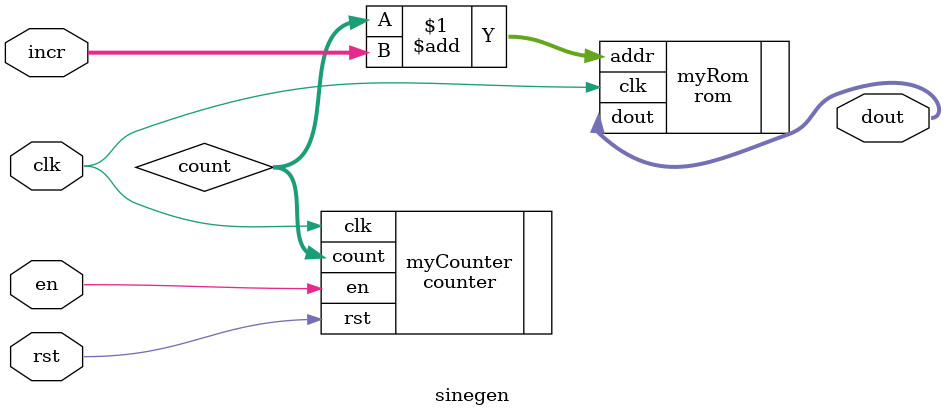
<source format=sv>
module sinegen #(
    parameter WIDTH = 8
)(
    input logic [WIDTH-1:0] incr,
    input logic rst,
    input logic en,
    input logic clk,
    output logic [WIDTH-1:0] dout 
);


logic [WIDTH-1:0] count;

counter myCounter(
    .clk(clk),
    .rst(rst),
    .en(en),
    .count(count)
);

rom myRom(
    .clk(clk),
    .addr(count+incr),
    .dout(dout)
);

endmodule

</source>
